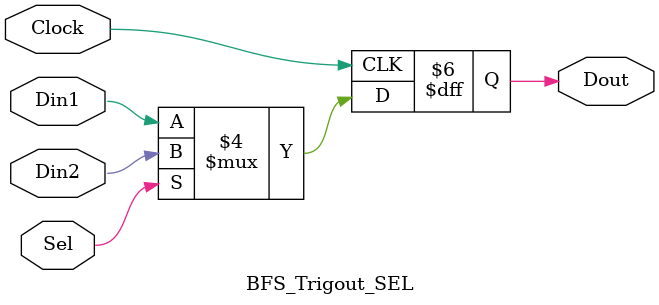
<source format=v>
`timescale	1ns/1ps

module	BFS_Trigout_SEL(Dout, Din1, Din2, Sel, Clock)	;

output	Dout	;
reg	Dout	;

input	Din1, Din2	;
wire	Din1, Din2	;

input	Sel	;
wire	Sel	;

input	Clock	;
wire	Clock	;


always	@(posedge	Clock)
	begin
		if ( Sel == 1'b1 )
			begin
				Dout <= Din2	;
			end
		else
			begin
				Dout <= Din1	;
			end
	end

endmodule



</source>
